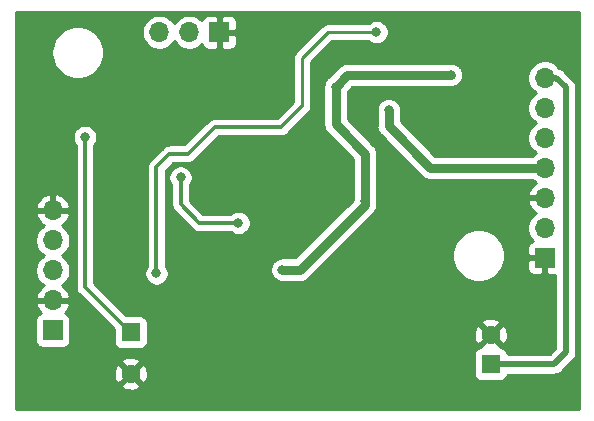
<source format=gbr>
%TF.GenerationSoftware,KiCad,Pcbnew,5.1.10-88a1d61d58~90~ubuntu20.04.1*%
%TF.CreationDate,2021-10-01T00:20:27+02:00*%
%TF.ProjectId,boost_sequencer,626f6f73-745f-4736-9571-75656e636572,rev?*%
%TF.SameCoordinates,Original*%
%TF.FileFunction,Copper,L2,Bot*%
%TF.FilePolarity,Positive*%
%FSLAX46Y46*%
G04 Gerber Fmt 4.6, Leading zero omitted, Abs format (unit mm)*
G04 Created by KiCad (PCBNEW 5.1.10-88a1d61d58~90~ubuntu20.04.1) date 2021-10-01 00:20:27*
%MOMM*%
%LPD*%
G01*
G04 APERTURE LIST*
%TA.AperFunction,ComponentPad*%
%ADD10O,1.700000X1.700000*%
%TD*%
%TA.AperFunction,ComponentPad*%
%ADD11R,1.700000X1.700000*%
%TD*%
%TA.AperFunction,ComponentPad*%
%ADD12C,1.600000*%
%TD*%
%TA.AperFunction,ComponentPad*%
%ADD13R,1.600000X1.600000*%
%TD*%
%TA.AperFunction,ViaPad*%
%ADD14C,0.800000*%
%TD*%
%TA.AperFunction,Conductor*%
%ADD15C,0.300000*%
%TD*%
%TA.AperFunction,Conductor*%
%ADD16C,0.800000*%
%TD*%
%TA.AperFunction,Conductor*%
%ADD17C,0.250000*%
%TD*%
%TA.AperFunction,Conductor*%
%ADD18C,0.500000*%
%TD*%
%TA.AperFunction,Conductor*%
%ADD19C,0.254000*%
%TD*%
%TA.AperFunction,Conductor*%
%ADD20C,0.100000*%
%TD*%
G04 APERTURE END LIST*
D10*
%TO.P,J1,5*%
%TO.N,GND*%
X368808000Y-125984000D03*
%TO.P,J1,4*%
%TO.N,Net-(C8-Pad1)*%
X368808000Y-128524000D03*
%TO.P,J1,3*%
%TO.N,Net-(C5-Pad1)*%
X368808000Y-131064000D03*
%TO.P,J1,2*%
%TO.N,GND*%
X368808000Y-133604000D03*
D11*
%TO.P,J1,1*%
%TO.N,Net-(C2-Pad1)*%
X368808000Y-136144000D03*
%TD*%
D10*
%TO.P,J2,3*%
%TO.N,Net-(J2-Pad3)*%
X377820000Y-110900000D03*
%TO.P,J2,2*%
%TO.N,Net-(C1-Pad1)*%
X380360000Y-110900000D03*
D11*
%TO.P,J2,1*%
%TO.N,GND*%
X382900000Y-110900000D03*
%TD*%
D10*
%TO.P,J3,7*%
%TO.N,Net-(C4-Pad1)*%
X410464000Y-114760000D03*
%TO.P,J3,6*%
%TO.N,Net-(D5-Pad2)*%
X410464000Y-117300000D03*
%TO.P,J3,5*%
%TO.N,Net-(J3-Pad5)*%
X410464000Y-119840000D03*
%TO.P,J3,4*%
%TO.N,Net-(J3-Pad4)*%
X410464000Y-122380000D03*
%TO.P,J3,3*%
%TO.N,GND*%
X410464000Y-124920000D03*
%TO.P,J3,2*%
%TO.N,Net-(J3-Pad2)*%
X410464000Y-127460000D03*
D11*
%TO.P,J3,1*%
%TO.N,GND*%
X410464000Y-130000000D03*
%TD*%
D12*
%TO.P,C4,2*%
%TO.N,GND*%
X405879300Y-136501500D03*
D13*
%TO.P,C4,1*%
%TO.N,Net-(C4-Pad1)*%
X405879300Y-139001500D03*
%TD*%
D12*
%TO.P,C2,2*%
%TO.N,GND*%
X375400000Y-139800000D03*
D13*
%TO.P,C2,1*%
%TO.N,Net-(C2-Pad1)*%
X375400000Y-136300000D03*
%TD*%
D14*
%TO.N,GND*%
X388250000Y-114000000D03*
X387750000Y-117000000D03*
X396500000Y-112750000D03*
X408940000Y-110744000D03*
X395500000Y-127750000D03*
X398250000Y-133000000D03*
X379222000Y-134366000D03*
X375412000Y-126746000D03*
X377750000Y-116500000D03*
X393446000Y-122682000D03*
X373126000Y-127000000D03*
X379476000Y-119634000D03*
X387350000Y-109728000D03*
%TO.N,Net-(C2-Pad1)*%
X371513100Y-119773700D03*
X392750000Y-115500000D03*
X395250000Y-125222000D03*
X402500000Y-114500000D03*
X388250000Y-131000000D03*
%TO.N,Net-(Q3-Pad1)*%
X377583700Y-131318000D03*
X396201900Y-110883700D03*
%TO.N,Net-(R17-Pad2)*%
X384517900Y-127050800D03*
X379628400Y-123190000D03*
%TO.N,Net-(J3-Pad4)*%
X397250000Y-117500000D03*
%TD*%
D15*
%TO.N,Net-(C2-Pad1)*%
X375400000Y-136300000D02*
X375326700Y-136300000D01*
X371513100Y-132486400D02*
X371513100Y-119773700D01*
X375326700Y-136300000D02*
X371513100Y-132486400D01*
D16*
X389750000Y-131000000D02*
X395250000Y-125500000D01*
X388250000Y-131000000D02*
X389750000Y-131000000D01*
X395250000Y-125500000D02*
X395250000Y-121184000D01*
X392750000Y-118684000D02*
X392750000Y-115500000D01*
X395250000Y-121184000D02*
X392750000Y-118684000D01*
X393750000Y-114500000D02*
X392750000Y-115500000D01*
X402500000Y-114500000D02*
X393750000Y-114500000D01*
D17*
%TO.N,Net-(C4-Pad1)*%
X405879300Y-139001500D02*
X405751500Y-139001500D01*
D18*
X405879300Y-139001500D02*
X411248500Y-139001500D01*
X410464000Y-114760000D02*
X411432000Y-114760000D01*
X411432000Y-114760000D02*
X412242000Y-115570000D01*
X412242000Y-138008000D02*
X411396000Y-138854000D01*
X412242000Y-115570000D02*
X412242000Y-138008000D01*
X411248500Y-139001500D02*
X411396000Y-138854000D01*
D17*
%TO.N,Net-(Q3-Pad1)*%
X389917800Y-117167800D02*
X389917800Y-113082200D01*
X392116300Y-110883700D02*
X396201900Y-110883700D01*
X389917800Y-113082200D02*
X392116300Y-110883700D01*
D15*
X388150100Y-118935500D02*
X389917800Y-117167800D01*
X382524000Y-118935500D02*
X388150100Y-118935500D01*
X380269750Y-121189750D02*
X382524000Y-118935500D01*
X377583700Y-122288300D02*
X378682250Y-121189750D01*
X378682250Y-121189750D02*
X380269750Y-121189750D01*
X377583700Y-131318000D02*
X377583700Y-122288300D01*
%TO.N,Net-(R17-Pad2)*%
X384517900Y-127050800D02*
X381203200Y-127050800D01*
X379628400Y-125476000D02*
X379628400Y-123190000D01*
X381203200Y-127050800D02*
X379628400Y-125476000D01*
D16*
%TO.N,Net-(J3-Pad4)*%
X397250000Y-117500000D02*
X397250000Y-118866000D01*
X400764000Y-122380000D02*
X410464000Y-122380000D01*
X397250000Y-118866000D02*
X400764000Y-122380000D01*
%TD*%
D19*
%TO.N,GND*%
X413340000Y-142840000D02*
X365660000Y-142840000D01*
X365660000Y-140792702D01*
X374586903Y-140792702D01*
X374658486Y-141036671D01*
X374913996Y-141157571D01*
X375188184Y-141226300D01*
X375470512Y-141240217D01*
X375750130Y-141198787D01*
X376016292Y-141103603D01*
X376141514Y-141036671D01*
X376213097Y-140792702D01*
X375400000Y-139979605D01*
X374586903Y-140792702D01*
X365660000Y-140792702D01*
X365660000Y-139870512D01*
X373959783Y-139870512D01*
X374001213Y-140150130D01*
X374096397Y-140416292D01*
X374163329Y-140541514D01*
X374407298Y-140613097D01*
X375220395Y-139800000D01*
X375579605Y-139800000D01*
X376392702Y-140613097D01*
X376636671Y-140541514D01*
X376757571Y-140286004D01*
X376826300Y-140011816D01*
X376840217Y-139729488D01*
X376798787Y-139449870D01*
X376703603Y-139183708D01*
X376636671Y-139058486D01*
X376392702Y-138986903D01*
X375579605Y-139800000D01*
X375220395Y-139800000D01*
X374407298Y-138986903D01*
X374163329Y-139058486D01*
X374042429Y-139313996D01*
X373973700Y-139588184D01*
X373959783Y-139870512D01*
X365660000Y-139870512D01*
X365660000Y-138807298D01*
X374586903Y-138807298D01*
X375400000Y-139620395D01*
X376213097Y-138807298D01*
X376141514Y-138563329D01*
X375886004Y-138442429D01*
X375611816Y-138373700D01*
X375329488Y-138359783D01*
X375049870Y-138401213D01*
X374783708Y-138496397D01*
X374658486Y-138563329D01*
X374586903Y-138807298D01*
X365660000Y-138807298D01*
X365660000Y-135294000D01*
X367319928Y-135294000D01*
X367319928Y-136994000D01*
X367332188Y-137118482D01*
X367368498Y-137238180D01*
X367427463Y-137348494D01*
X367506815Y-137445185D01*
X367603506Y-137524537D01*
X367713820Y-137583502D01*
X367833518Y-137619812D01*
X367958000Y-137632072D01*
X369658000Y-137632072D01*
X369782482Y-137619812D01*
X369902180Y-137583502D01*
X370012494Y-137524537D01*
X370109185Y-137445185D01*
X370188537Y-137348494D01*
X370247502Y-137238180D01*
X370283812Y-137118482D01*
X370296072Y-136994000D01*
X370296072Y-135294000D01*
X370283812Y-135169518D01*
X370247502Y-135049820D01*
X370188537Y-134939506D01*
X370109185Y-134842815D01*
X370012494Y-134763463D01*
X369902180Y-134704498D01*
X369821534Y-134680034D01*
X369905588Y-134604269D01*
X370079641Y-134370920D01*
X370204825Y-134108099D01*
X370249476Y-133960890D01*
X370128155Y-133731000D01*
X368935000Y-133731000D01*
X368935000Y-133751000D01*
X368681000Y-133751000D01*
X368681000Y-133731000D01*
X367487845Y-133731000D01*
X367366524Y-133960890D01*
X367411175Y-134108099D01*
X367536359Y-134370920D01*
X367710412Y-134604269D01*
X367794466Y-134680034D01*
X367713820Y-134704498D01*
X367603506Y-134763463D01*
X367506815Y-134842815D01*
X367427463Y-134939506D01*
X367368498Y-135049820D01*
X367332188Y-135169518D01*
X367319928Y-135294000D01*
X365660000Y-135294000D01*
X365660000Y-128377740D01*
X367323000Y-128377740D01*
X367323000Y-128670260D01*
X367380068Y-128957158D01*
X367492010Y-129227411D01*
X367654525Y-129470632D01*
X367861368Y-129677475D01*
X368035760Y-129794000D01*
X367861368Y-129910525D01*
X367654525Y-130117368D01*
X367492010Y-130360589D01*
X367380068Y-130630842D01*
X367323000Y-130917740D01*
X367323000Y-131210260D01*
X367380068Y-131497158D01*
X367492010Y-131767411D01*
X367654525Y-132010632D01*
X367861368Y-132217475D01*
X368043534Y-132339195D01*
X367926645Y-132408822D01*
X367710412Y-132603731D01*
X367536359Y-132837080D01*
X367411175Y-133099901D01*
X367366524Y-133247110D01*
X367487845Y-133477000D01*
X368681000Y-133477000D01*
X368681000Y-133457000D01*
X368935000Y-133457000D01*
X368935000Y-133477000D01*
X370128155Y-133477000D01*
X370249476Y-133247110D01*
X370204825Y-133099901D01*
X370079641Y-132837080D01*
X369905588Y-132603731D01*
X369689355Y-132408822D01*
X369572466Y-132339195D01*
X369754632Y-132217475D01*
X369961475Y-132010632D01*
X370123990Y-131767411D01*
X370235932Y-131497158D01*
X370293000Y-131210260D01*
X370293000Y-130917740D01*
X370235932Y-130630842D01*
X370123990Y-130360589D01*
X369961475Y-130117368D01*
X369754632Y-129910525D01*
X369580240Y-129794000D01*
X369754632Y-129677475D01*
X369961475Y-129470632D01*
X370123990Y-129227411D01*
X370235932Y-128957158D01*
X370293000Y-128670260D01*
X370293000Y-128377740D01*
X370235932Y-128090842D01*
X370123990Y-127820589D01*
X369961475Y-127577368D01*
X369754632Y-127370525D01*
X369572466Y-127248805D01*
X369689355Y-127179178D01*
X369905588Y-126984269D01*
X370079641Y-126750920D01*
X370204825Y-126488099D01*
X370249476Y-126340890D01*
X370128155Y-126111000D01*
X368935000Y-126111000D01*
X368935000Y-126131000D01*
X368681000Y-126131000D01*
X368681000Y-126111000D01*
X367487845Y-126111000D01*
X367366524Y-126340890D01*
X367411175Y-126488099D01*
X367536359Y-126750920D01*
X367710412Y-126984269D01*
X367926645Y-127179178D01*
X368043534Y-127248805D01*
X367861368Y-127370525D01*
X367654525Y-127577368D01*
X367492010Y-127820589D01*
X367380068Y-128090842D01*
X367323000Y-128377740D01*
X365660000Y-128377740D01*
X365660000Y-125627110D01*
X367366524Y-125627110D01*
X367487845Y-125857000D01*
X368681000Y-125857000D01*
X368681000Y-124663186D01*
X368935000Y-124663186D01*
X368935000Y-125857000D01*
X370128155Y-125857000D01*
X370249476Y-125627110D01*
X370204825Y-125479901D01*
X370079641Y-125217080D01*
X369905588Y-124983731D01*
X369689355Y-124788822D01*
X369439252Y-124639843D01*
X369164891Y-124542519D01*
X368935000Y-124663186D01*
X368681000Y-124663186D01*
X368451109Y-124542519D01*
X368176748Y-124639843D01*
X367926645Y-124788822D01*
X367710412Y-124983731D01*
X367536359Y-125217080D01*
X367411175Y-125479901D01*
X367366524Y-125627110D01*
X365660000Y-125627110D01*
X365660000Y-119671761D01*
X370478100Y-119671761D01*
X370478100Y-119875639D01*
X370517874Y-120075598D01*
X370595895Y-120263956D01*
X370709163Y-120433474D01*
X370728101Y-120452412D01*
X370728100Y-132447847D01*
X370724303Y-132486400D01*
X370728100Y-132524953D01*
X370728100Y-132524960D01*
X370739459Y-132640286D01*
X370784346Y-132788259D01*
X370857238Y-132924632D01*
X370955336Y-133044164D01*
X370985290Y-133068747D01*
X373961928Y-136045385D01*
X373961928Y-137100000D01*
X373974188Y-137224482D01*
X374010498Y-137344180D01*
X374069463Y-137454494D01*
X374148815Y-137551185D01*
X374245506Y-137630537D01*
X374355820Y-137689502D01*
X374475518Y-137725812D01*
X374600000Y-137738072D01*
X376200000Y-137738072D01*
X376324482Y-137725812D01*
X376444180Y-137689502D01*
X376554494Y-137630537D01*
X376651185Y-137551185D01*
X376730537Y-137454494D01*
X376789502Y-137344180D01*
X376825812Y-137224482D01*
X376838072Y-137100000D01*
X376838072Y-136572012D01*
X404439083Y-136572012D01*
X404480513Y-136851630D01*
X404575697Y-137117792D01*
X404642629Y-137243014D01*
X404886598Y-137314597D01*
X405699695Y-136501500D01*
X406058905Y-136501500D01*
X406872002Y-137314597D01*
X407115971Y-137243014D01*
X407236871Y-136987504D01*
X407305600Y-136713316D01*
X407319517Y-136430988D01*
X407278087Y-136151370D01*
X407182903Y-135885208D01*
X407115971Y-135759986D01*
X406872002Y-135688403D01*
X406058905Y-136501500D01*
X405699695Y-136501500D01*
X404886598Y-135688403D01*
X404642629Y-135759986D01*
X404521729Y-136015496D01*
X404453000Y-136289684D01*
X404439083Y-136572012D01*
X376838072Y-136572012D01*
X376838072Y-135508798D01*
X405066203Y-135508798D01*
X405879300Y-136321895D01*
X406692397Y-135508798D01*
X406620814Y-135264829D01*
X406365304Y-135143929D01*
X406091116Y-135075200D01*
X405808788Y-135061283D01*
X405529170Y-135102713D01*
X405263008Y-135197897D01*
X405137786Y-135264829D01*
X405066203Y-135508798D01*
X376838072Y-135508798D01*
X376838072Y-135500000D01*
X376825812Y-135375518D01*
X376789502Y-135255820D01*
X376730537Y-135145506D01*
X376651185Y-135048815D01*
X376554494Y-134969463D01*
X376444180Y-134910498D01*
X376324482Y-134874188D01*
X376200000Y-134861928D01*
X374998785Y-134861928D01*
X372298100Y-132161243D01*
X372298100Y-131216061D01*
X376548700Y-131216061D01*
X376548700Y-131419939D01*
X376588474Y-131619898D01*
X376666495Y-131808256D01*
X376779763Y-131977774D01*
X376923926Y-132121937D01*
X377093444Y-132235205D01*
X377281802Y-132313226D01*
X377481761Y-132353000D01*
X377685639Y-132353000D01*
X377885598Y-132313226D01*
X378073956Y-132235205D01*
X378243474Y-132121937D01*
X378387637Y-131977774D01*
X378500905Y-131808256D01*
X378578926Y-131619898D01*
X378618700Y-131419939D01*
X378618700Y-131216061D01*
X378578926Y-131016102D01*
X378572257Y-131000000D01*
X387209993Y-131000000D01*
X387215000Y-131050838D01*
X387215000Y-131101939D01*
X387224969Y-131152057D01*
X387229976Y-131202895D01*
X387244804Y-131251777D01*
X387254774Y-131301898D01*
X387274331Y-131349113D01*
X387289159Y-131397993D01*
X387313238Y-131443042D01*
X387332795Y-131490256D01*
X387361186Y-131532746D01*
X387385266Y-131577797D01*
X387417672Y-131617284D01*
X387446063Y-131659774D01*
X387482197Y-131695908D01*
X387514604Y-131735396D01*
X387554092Y-131767803D01*
X387590226Y-131803937D01*
X387632716Y-131832328D01*
X387672203Y-131864734D01*
X387717254Y-131888814D01*
X387759744Y-131917205D01*
X387806958Y-131936762D01*
X387852007Y-131960841D01*
X387900887Y-131975669D01*
X387948102Y-131995226D01*
X387998223Y-132005196D01*
X388047105Y-132020024D01*
X388097943Y-132025031D01*
X388148061Y-132035000D01*
X389699172Y-132035000D01*
X389750000Y-132040006D01*
X389800828Y-132035000D01*
X389800838Y-132035000D01*
X389952895Y-132020024D01*
X390147993Y-131960841D01*
X390327797Y-131864734D01*
X390485396Y-131735396D01*
X390517807Y-131695903D01*
X392639838Y-129573872D01*
X402641000Y-129573872D01*
X402641000Y-130014128D01*
X402726890Y-130445925D01*
X402895369Y-130852669D01*
X403139962Y-131218729D01*
X403451271Y-131530038D01*
X403817331Y-131774631D01*
X404224075Y-131943110D01*
X404655872Y-132029000D01*
X405096128Y-132029000D01*
X405527925Y-131943110D01*
X405934669Y-131774631D01*
X406300729Y-131530038D01*
X406612038Y-131218729D01*
X406856631Y-130852669D01*
X406857736Y-130850000D01*
X408975928Y-130850000D01*
X408988188Y-130974482D01*
X409024498Y-131094180D01*
X409083463Y-131204494D01*
X409162815Y-131301185D01*
X409259506Y-131380537D01*
X409369820Y-131439502D01*
X409489518Y-131475812D01*
X409614000Y-131488072D01*
X410178250Y-131485000D01*
X410337000Y-131326250D01*
X410337000Y-130127000D01*
X409137750Y-130127000D01*
X408979000Y-130285750D01*
X408975928Y-130850000D01*
X406857736Y-130850000D01*
X407025110Y-130445925D01*
X407111000Y-130014128D01*
X407111000Y-129573872D01*
X407025110Y-129142075D01*
X406856631Y-128735331D01*
X406612038Y-128369271D01*
X406300729Y-128057962D01*
X405934669Y-127813369D01*
X405527925Y-127644890D01*
X405096128Y-127559000D01*
X404655872Y-127559000D01*
X404224075Y-127644890D01*
X403817331Y-127813369D01*
X403451271Y-128057962D01*
X403139962Y-128369271D01*
X402895369Y-128735331D01*
X402726890Y-129142075D01*
X402641000Y-129573872D01*
X392639838Y-129573872D01*
X395945908Y-126267803D01*
X395985396Y-126235396D01*
X396017803Y-126195908D01*
X396114734Y-126077798D01*
X396210841Y-125897994D01*
X396247283Y-125777860D01*
X396270024Y-125702895D01*
X396285000Y-125550838D01*
X396285000Y-125550835D01*
X396290007Y-125500000D01*
X396285000Y-125449165D01*
X396285000Y-121234835D01*
X396290007Y-121184000D01*
X396275417Y-121035864D01*
X396270024Y-120981105D01*
X396210841Y-120786007D01*
X396144525Y-120661938D01*
X396114734Y-120606202D01*
X396017803Y-120488092D01*
X395985396Y-120448604D01*
X395945908Y-120416197D01*
X394395711Y-118866000D01*
X396209994Y-118866000D01*
X396229977Y-119068895D01*
X396289160Y-119263993D01*
X396385266Y-119443797D01*
X396471386Y-119548734D01*
X396514605Y-119601396D01*
X396554092Y-119633802D01*
X399996197Y-123075908D01*
X400028604Y-123115396D01*
X400068092Y-123147803D01*
X400102983Y-123176437D01*
X400186203Y-123244734D01*
X400366007Y-123340841D01*
X400561105Y-123400024D01*
X400713162Y-123415000D01*
X400713171Y-123415000D01*
X400763999Y-123420006D01*
X400814827Y-123415000D01*
X409398893Y-123415000D01*
X409517368Y-123533475D01*
X409699534Y-123655195D01*
X409582645Y-123724822D01*
X409366412Y-123919731D01*
X409192359Y-124153080D01*
X409067175Y-124415901D01*
X409022524Y-124563110D01*
X409143845Y-124793000D01*
X410337000Y-124793000D01*
X410337000Y-124773000D01*
X410591000Y-124773000D01*
X410591000Y-124793000D01*
X410611000Y-124793000D01*
X410611000Y-125047000D01*
X410591000Y-125047000D01*
X410591000Y-125067000D01*
X410337000Y-125067000D01*
X410337000Y-125047000D01*
X409143845Y-125047000D01*
X409022524Y-125276890D01*
X409067175Y-125424099D01*
X409192359Y-125686920D01*
X409366412Y-125920269D01*
X409582645Y-126115178D01*
X409699534Y-126184805D01*
X409517368Y-126306525D01*
X409310525Y-126513368D01*
X409148010Y-126756589D01*
X409036068Y-127026842D01*
X408979000Y-127313740D01*
X408979000Y-127606260D01*
X409036068Y-127893158D01*
X409148010Y-128163411D01*
X409310525Y-128406632D01*
X409442380Y-128538487D01*
X409369820Y-128560498D01*
X409259506Y-128619463D01*
X409162815Y-128698815D01*
X409083463Y-128795506D01*
X409024498Y-128905820D01*
X408988188Y-129025518D01*
X408975928Y-129150000D01*
X408979000Y-129714250D01*
X409137750Y-129873000D01*
X410337000Y-129873000D01*
X410337000Y-129853000D01*
X410591000Y-129853000D01*
X410591000Y-129873000D01*
X410611000Y-129873000D01*
X410611000Y-130127000D01*
X410591000Y-130127000D01*
X410591000Y-131326250D01*
X410749750Y-131485000D01*
X411314000Y-131488072D01*
X411357001Y-131483837D01*
X411357001Y-137641420D01*
X410881922Y-138116500D01*
X407309001Y-138116500D01*
X407305112Y-138077018D01*
X407268802Y-137957320D01*
X407209837Y-137847006D01*
X407130485Y-137750315D01*
X407033794Y-137670963D01*
X406923480Y-137611998D01*
X406803782Y-137575688D01*
X406679300Y-137563428D01*
X406672085Y-137563428D01*
X406692397Y-137494202D01*
X405879300Y-136681105D01*
X405066203Y-137494202D01*
X405086515Y-137563428D01*
X405079300Y-137563428D01*
X404954818Y-137575688D01*
X404835120Y-137611998D01*
X404724806Y-137670963D01*
X404628115Y-137750315D01*
X404548763Y-137847006D01*
X404489798Y-137957320D01*
X404453488Y-138077018D01*
X404441228Y-138201500D01*
X404441228Y-139801500D01*
X404453488Y-139925982D01*
X404489798Y-140045680D01*
X404548763Y-140155994D01*
X404628115Y-140252685D01*
X404724806Y-140332037D01*
X404835120Y-140391002D01*
X404954818Y-140427312D01*
X405079300Y-140439572D01*
X406679300Y-140439572D01*
X406803782Y-140427312D01*
X406923480Y-140391002D01*
X407033794Y-140332037D01*
X407130485Y-140252685D01*
X407209837Y-140155994D01*
X407268802Y-140045680D01*
X407305112Y-139925982D01*
X407309001Y-139886500D01*
X411205031Y-139886500D01*
X411248500Y-139890781D01*
X411291969Y-139886500D01*
X411291977Y-139886500D01*
X411421990Y-139873695D01*
X411588813Y-139823089D01*
X411742559Y-139740911D01*
X411877317Y-139630317D01*
X411905034Y-139596544D01*
X412052532Y-139449046D01*
X412837049Y-138664530D01*
X412870817Y-138636817D01*
X412981411Y-138502059D01*
X413013284Y-138442429D01*
X413063589Y-138348314D01*
X413114195Y-138181490D01*
X413114351Y-138179911D01*
X413127000Y-138051477D01*
X413127000Y-138051469D01*
X413131281Y-138008000D01*
X413127000Y-137964531D01*
X413127000Y-115613469D01*
X413131281Y-115570000D01*
X413127000Y-115526531D01*
X413127000Y-115526523D01*
X413114195Y-115396510D01*
X413111862Y-115388817D01*
X413070982Y-115254059D01*
X413063589Y-115229687D01*
X412981411Y-115075941D01*
X412870817Y-114941183D01*
X412837050Y-114913471D01*
X412088534Y-114164956D01*
X412060817Y-114131183D01*
X411926059Y-114020589D01*
X411772313Y-113938411D01*
X411682903Y-113911288D01*
X411617475Y-113813368D01*
X411410632Y-113606525D01*
X411167411Y-113444010D01*
X410897158Y-113332068D01*
X410610260Y-113275000D01*
X410317740Y-113275000D01*
X410030842Y-113332068D01*
X409760589Y-113444010D01*
X409517368Y-113606525D01*
X409310525Y-113813368D01*
X409148010Y-114056589D01*
X409036068Y-114326842D01*
X408979000Y-114613740D01*
X408979000Y-114906260D01*
X409036068Y-115193158D01*
X409148010Y-115463411D01*
X409310525Y-115706632D01*
X409517368Y-115913475D01*
X409691760Y-116030000D01*
X409517368Y-116146525D01*
X409310525Y-116353368D01*
X409148010Y-116596589D01*
X409036068Y-116866842D01*
X408979000Y-117153740D01*
X408979000Y-117446260D01*
X409036068Y-117733158D01*
X409148010Y-118003411D01*
X409310525Y-118246632D01*
X409517368Y-118453475D01*
X409691760Y-118570000D01*
X409517368Y-118686525D01*
X409310525Y-118893368D01*
X409148010Y-119136589D01*
X409036068Y-119406842D01*
X408979000Y-119693740D01*
X408979000Y-119986260D01*
X409036068Y-120273158D01*
X409148010Y-120543411D01*
X409310525Y-120786632D01*
X409517368Y-120993475D01*
X409691760Y-121110000D01*
X409517368Y-121226525D01*
X409398893Y-121345000D01*
X401192711Y-121345000D01*
X398285000Y-118437290D01*
X398285000Y-117398061D01*
X398275031Y-117347943D01*
X398270024Y-117297105D01*
X398255196Y-117248223D01*
X398245226Y-117198102D01*
X398225669Y-117150887D01*
X398210841Y-117102007D01*
X398186762Y-117056958D01*
X398167205Y-117009744D01*
X398138814Y-116967254D01*
X398114734Y-116922203D01*
X398082328Y-116882716D01*
X398053937Y-116840226D01*
X398017803Y-116804092D01*
X397985396Y-116764604D01*
X397945908Y-116732197D01*
X397909774Y-116696063D01*
X397867284Y-116667672D01*
X397827797Y-116635266D01*
X397782747Y-116611186D01*
X397740256Y-116582795D01*
X397693039Y-116563237D01*
X397647992Y-116539159D01*
X397599116Y-116524332D01*
X397551898Y-116504774D01*
X397501774Y-116494804D01*
X397452894Y-116479976D01*
X397402058Y-116474969D01*
X397351939Y-116465000D01*
X397300838Y-116465000D01*
X397250000Y-116459993D01*
X397199162Y-116465000D01*
X397148061Y-116465000D01*
X397097943Y-116474969D01*
X397047105Y-116479976D01*
X396998223Y-116494804D01*
X396948102Y-116504774D01*
X396900887Y-116524331D01*
X396852007Y-116539159D01*
X396806958Y-116563238D01*
X396759744Y-116582795D01*
X396717254Y-116611186D01*
X396672203Y-116635266D01*
X396632716Y-116667672D01*
X396590226Y-116696063D01*
X396554092Y-116732197D01*
X396514604Y-116764604D01*
X396482197Y-116804092D01*
X396446063Y-116840226D01*
X396417672Y-116882716D01*
X396385266Y-116922203D01*
X396361186Y-116967253D01*
X396332795Y-117009744D01*
X396313237Y-117056961D01*
X396289159Y-117102008D01*
X396274332Y-117150884D01*
X396254774Y-117198102D01*
X396244804Y-117248226D01*
X396229976Y-117297106D01*
X396224969Y-117347942D01*
X396215000Y-117398061D01*
X396215000Y-117449163D01*
X396215001Y-118815163D01*
X396209994Y-118866000D01*
X394395711Y-118866000D01*
X393785000Y-118255290D01*
X393785000Y-115928710D01*
X394178711Y-115535000D01*
X402601939Y-115535000D01*
X402652057Y-115525031D01*
X402702895Y-115520024D01*
X402751777Y-115505196D01*
X402801898Y-115495226D01*
X402849113Y-115475669D01*
X402897993Y-115460841D01*
X402943042Y-115436762D01*
X402990256Y-115417205D01*
X403032746Y-115388814D01*
X403077797Y-115364734D01*
X403117284Y-115332328D01*
X403159774Y-115303937D01*
X403195908Y-115267803D01*
X403235396Y-115235396D01*
X403267803Y-115195908D01*
X403303937Y-115159774D01*
X403332328Y-115117284D01*
X403364734Y-115077797D01*
X403388814Y-115032746D01*
X403417205Y-114990256D01*
X403436762Y-114943042D01*
X403460841Y-114897993D01*
X403475669Y-114849113D01*
X403495226Y-114801898D01*
X403505196Y-114751777D01*
X403520024Y-114702895D01*
X403525031Y-114652057D01*
X403535000Y-114601939D01*
X403535000Y-114550838D01*
X403540007Y-114500000D01*
X403535000Y-114449162D01*
X403535000Y-114398061D01*
X403525031Y-114347943D01*
X403520024Y-114297105D01*
X403505196Y-114248223D01*
X403495226Y-114198102D01*
X403475669Y-114150887D01*
X403460841Y-114102007D01*
X403436762Y-114056958D01*
X403417205Y-114009744D01*
X403388814Y-113967254D01*
X403364734Y-113922203D01*
X403332328Y-113882716D01*
X403303937Y-113840226D01*
X403267803Y-113804092D01*
X403235396Y-113764604D01*
X403195908Y-113732197D01*
X403159774Y-113696063D01*
X403117284Y-113667672D01*
X403077797Y-113635266D01*
X403032746Y-113611186D01*
X402990256Y-113582795D01*
X402943042Y-113563238D01*
X402897993Y-113539159D01*
X402849113Y-113524331D01*
X402801898Y-113504774D01*
X402751777Y-113494804D01*
X402702895Y-113479976D01*
X402652057Y-113474969D01*
X402601939Y-113465000D01*
X393800835Y-113465000D01*
X393750000Y-113459993D01*
X393699165Y-113465000D01*
X393699162Y-113465000D01*
X393547105Y-113479976D01*
X393397415Y-113525385D01*
X393352006Y-113539159D01*
X393172202Y-113635266D01*
X393054092Y-113732197D01*
X393014604Y-113764604D01*
X392982197Y-113804092D01*
X392090229Y-114696061D01*
X392090226Y-114696063D01*
X392054087Y-114732202D01*
X392014605Y-114764604D01*
X391982203Y-114804086D01*
X391946063Y-114840226D01*
X391917671Y-114882717D01*
X391885266Y-114922203D01*
X391861187Y-114967252D01*
X391832795Y-115009744D01*
X391813236Y-115056964D01*
X391789160Y-115102007D01*
X391774335Y-115150878D01*
X391754774Y-115198102D01*
X391744803Y-115248232D01*
X391729977Y-115297105D01*
X391724971Y-115347933D01*
X391715000Y-115398061D01*
X391715000Y-115449172D01*
X391709994Y-115500000D01*
X391715000Y-115550828D01*
X391715000Y-115601939D01*
X391715001Y-115601944D01*
X391715000Y-118633172D01*
X391709994Y-118684000D01*
X391715000Y-118734828D01*
X391715000Y-118734837D01*
X391729976Y-118886894D01*
X391789159Y-119081992D01*
X391885266Y-119261797D01*
X392014604Y-119419396D01*
X392054097Y-119451807D01*
X394215001Y-121612712D01*
X394215000Y-125071289D01*
X389321290Y-129965000D01*
X388148061Y-129965000D01*
X388097943Y-129974969D01*
X388047105Y-129979976D01*
X387998223Y-129994804D01*
X387948102Y-130004774D01*
X387900887Y-130024331D01*
X387852007Y-130039159D01*
X387806958Y-130063238D01*
X387759744Y-130082795D01*
X387717254Y-130111186D01*
X387672203Y-130135266D01*
X387632716Y-130167672D01*
X387590226Y-130196063D01*
X387554092Y-130232197D01*
X387514604Y-130264604D01*
X387482197Y-130304092D01*
X387446063Y-130340226D01*
X387417672Y-130382716D01*
X387385266Y-130422203D01*
X387361186Y-130467254D01*
X387332795Y-130509744D01*
X387313238Y-130556958D01*
X387289159Y-130602007D01*
X387274331Y-130650887D01*
X387254774Y-130698102D01*
X387244804Y-130748223D01*
X387229976Y-130797105D01*
X387224969Y-130847943D01*
X387215000Y-130898061D01*
X387215000Y-130949162D01*
X387209993Y-131000000D01*
X378572257Y-131000000D01*
X378500905Y-130827744D01*
X378387637Y-130658226D01*
X378368700Y-130639289D01*
X378368700Y-123088061D01*
X378593400Y-123088061D01*
X378593400Y-123291939D01*
X378633174Y-123491898D01*
X378711195Y-123680256D01*
X378824463Y-123849774D01*
X378843401Y-123868712D01*
X378843400Y-125437447D01*
X378839603Y-125476000D01*
X378843400Y-125514553D01*
X378843400Y-125514560D01*
X378854759Y-125629886D01*
X378899646Y-125777859D01*
X378972538Y-125914232D01*
X379070636Y-126033764D01*
X379100590Y-126058347D01*
X380620853Y-127578610D01*
X380645436Y-127608564D01*
X380764967Y-127706662D01*
X380901340Y-127779554D01*
X381049313Y-127824442D01*
X381124226Y-127831820D01*
X381164639Y-127835800D01*
X381164644Y-127835800D01*
X381203200Y-127839597D01*
X381241756Y-127835800D01*
X383839189Y-127835800D01*
X383858126Y-127854737D01*
X384027644Y-127968005D01*
X384216002Y-128046026D01*
X384415961Y-128085800D01*
X384619839Y-128085800D01*
X384819798Y-128046026D01*
X385008156Y-127968005D01*
X385177674Y-127854737D01*
X385321837Y-127710574D01*
X385435105Y-127541056D01*
X385513126Y-127352698D01*
X385552900Y-127152739D01*
X385552900Y-126948861D01*
X385513126Y-126748902D01*
X385435105Y-126560544D01*
X385321837Y-126391026D01*
X385177674Y-126246863D01*
X385008156Y-126133595D01*
X384819798Y-126055574D01*
X384619839Y-126015800D01*
X384415961Y-126015800D01*
X384216002Y-126055574D01*
X384027644Y-126133595D01*
X383858126Y-126246863D01*
X383839189Y-126265800D01*
X381528357Y-126265800D01*
X380413400Y-125150843D01*
X380413400Y-123868711D01*
X380432337Y-123849774D01*
X380545605Y-123680256D01*
X380623626Y-123491898D01*
X380663400Y-123291939D01*
X380663400Y-123088061D01*
X380623626Y-122888102D01*
X380545605Y-122699744D01*
X380432337Y-122530226D01*
X380288174Y-122386063D01*
X380118656Y-122272795D01*
X379930298Y-122194774D01*
X379730339Y-122155000D01*
X379526461Y-122155000D01*
X379326502Y-122194774D01*
X379138144Y-122272795D01*
X378968626Y-122386063D01*
X378824463Y-122530226D01*
X378711195Y-122699744D01*
X378633174Y-122888102D01*
X378593400Y-123088061D01*
X378368700Y-123088061D01*
X378368700Y-122613457D01*
X379007408Y-121974750D01*
X380231197Y-121974750D01*
X380269750Y-121978547D01*
X380308303Y-121974750D01*
X380308311Y-121974750D01*
X380423637Y-121963391D01*
X380571610Y-121918504D01*
X380707983Y-121845612D01*
X380827514Y-121747514D01*
X380852097Y-121717560D01*
X382849158Y-119720500D01*
X388111547Y-119720500D01*
X388150100Y-119724297D01*
X388188653Y-119720500D01*
X388188661Y-119720500D01*
X388303987Y-119709141D01*
X388451960Y-119664254D01*
X388588333Y-119591362D01*
X388707864Y-119493264D01*
X388732447Y-119463310D01*
X390500145Y-117695613D01*
X390573661Y-117606033D01*
X390646553Y-117469660D01*
X390691441Y-117321688D01*
X390706597Y-117167801D01*
X390691441Y-117013914D01*
X390677800Y-116968947D01*
X390677800Y-113397001D01*
X392431102Y-111643700D01*
X395498189Y-111643700D01*
X395542126Y-111687637D01*
X395711644Y-111800905D01*
X395900002Y-111878926D01*
X396099961Y-111918700D01*
X396303839Y-111918700D01*
X396503798Y-111878926D01*
X396692156Y-111800905D01*
X396861674Y-111687637D01*
X397005837Y-111543474D01*
X397119105Y-111373956D01*
X397197126Y-111185598D01*
X397236900Y-110985639D01*
X397236900Y-110781761D01*
X397197126Y-110581802D01*
X397119105Y-110393444D01*
X397005837Y-110223926D01*
X396861674Y-110079763D01*
X396692156Y-109966495D01*
X396503798Y-109888474D01*
X396303839Y-109848700D01*
X396099961Y-109848700D01*
X395900002Y-109888474D01*
X395711644Y-109966495D01*
X395542126Y-110079763D01*
X395498189Y-110123700D01*
X392153633Y-110123700D01*
X392116300Y-110120023D01*
X392078967Y-110123700D01*
X391967314Y-110134697D01*
X391824053Y-110178154D01*
X391692024Y-110248726D01*
X391576299Y-110343699D01*
X391552501Y-110372697D01*
X389406798Y-112518401D01*
X389377800Y-112542199D01*
X389354002Y-112571197D01*
X389354001Y-112571198D01*
X389282826Y-112657924D01*
X389212254Y-112789954D01*
X389168798Y-112933215D01*
X389154124Y-113082200D01*
X389157801Y-113119532D01*
X389157800Y-116817642D01*
X387824943Y-118150500D01*
X382562555Y-118150500D01*
X382524000Y-118146703D01*
X382485444Y-118150500D01*
X382485439Y-118150500D01*
X382445026Y-118154480D01*
X382370113Y-118161858D01*
X382222140Y-118206746D01*
X382085767Y-118279638D01*
X382025559Y-118329050D01*
X381996187Y-118353155D01*
X381996184Y-118353158D01*
X381966236Y-118377736D01*
X381941658Y-118407684D01*
X379944593Y-120404750D01*
X378720802Y-120404750D01*
X378682249Y-120400953D01*
X378643696Y-120404750D01*
X378643689Y-120404750D01*
X378542740Y-120414693D01*
X378528362Y-120416109D01*
X378493922Y-120426556D01*
X378380390Y-120460996D01*
X378244017Y-120533888D01*
X378183809Y-120583300D01*
X378154437Y-120607405D01*
X378154434Y-120607408D01*
X378124486Y-120631986D01*
X378099908Y-120661935D01*
X377055885Y-121705958D01*
X377025937Y-121730536D01*
X377001359Y-121760484D01*
X377001355Y-121760488D01*
X376968390Y-121800656D01*
X376927839Y-121850067D01*
X376891259Y-121918504D01*
X376854946Y-121986441D01*
X376810059Y-122134414D01*
X376794903Y-122288300D01*
X376798701Y-122326863D01*
X376798700Y-130639289D01*
X376779763Y-130658226D01*
X376666495Y-130827744D01*
X376588474Y-131016102D01*
X376548700Y-131216061D01*
X372298100Y-131216061D01*
X372298100Y-120452411D01*
X372317037Y-120433474D01*
X372430305Y-120263956D01*
X372508326Y-120075598D01*
X372548100Y-119875639D01*
X372548100Y-119671761D01*
X372508326Y-119471802D01*
X372430305Y-119283444D01*
X372317037Y-119113926D01*
X372172874Y-118969763D01*
X372003356Y-118856495D01*
X371814998Y-118778474D01*
X371615039Y-118738700D01*
X371411161Y-118738700D01*
X371211202Y-118778474D01*
X371022844Y-118856495D01*
X370853326Y-118969763D01*
X370709163Y-119113926D01*
X370595895Y-119283444D01*
X370517874Y-119471802D01*
X370478100Y-119671761D01*
X365660000Y-119671761D01*
X365660000Y-112390772D01*
X368693900Y-112390772D01*
X368693900Y-112831028D01*
X368779790Y-113262825D01*
X368948269Y-113669569D01*
X369192862Y-114035629D01*
X369504171Y-114346938D01*
X369870231Y-114591531D01*
X370276975Y-114760010D01*
X370708772Y-114845900D01*
X371149028Y-114845900D01*
X371580825Y-114760010D01*
X371987569Y-114591531D01*
X372353629Y-114346938D01*
X372664938Y-114035629D01*
X372909531Y-113669569D01*
X373078010Y-113262825D01*
X373163900Y-112831028D01*
X373163900Y-112390772D01*
X373078010Y-111958975D01*
X372909531Y-111552231D01*
X372664938Y-111186171D01*
X372353629Y-110874862D01*
X372172357Y-110753740D01*
X376335000Y-110753740D01*
X376335000Y-111046260D01*
X376392068Y-111333158D01*
X376504010Y-111603411D01*
X376666525Y-111846632D01*
X376873368Y-112053475D01*
X377116589Y-112215990D01*
X377386842Y-112327932D01*
X377673740Y-112385000D01*
X377966260Y-112385000D01*
X378253158Y-112327932D01*
X378523411Y-112215990D01*
X378766632Y-112053475D01*
X378973475Y-111846632D01*
X379090000Y-111672240D01*
X379206525Y-111846632D01*
X379413368Y-112053475D01*
X379656589Y-112215990D01*
X379926842Y-112327932D01*
X380213740Y-112385000D01*
X380506260Y-112385000D01*
X380793158Y-112327932D01*
X381063411Y-112215990D01*
X381306632Y-112053475D01*
X381438487Y-111921620D01*
X381460498Y-111994180D01*
X381519463Y-112104494D01*
X381598815Y-112201185D01*
X381695506Y-112280537D01*
X381805820Y-112339502D01*
X381925518Y-112375812D01*
X382050000Y-112388072D01*
X382614250Y-112385000D01*
X382773000Y-112226250D01*
X382773000Y-111027000D01*
X383027000Y-111027000D01*
X383027000Y-112226250D01*
X383185750Y-112385000D01*
X383750000Y-112388072D01*
X383874482Y-112375812D01*
X383994180Y-112339502D01*
X384104494Y-112280537D01*
X384201185Y-112201185D01*
X384280537Y-112104494D01*
X384339502Y-111994180D01*
X384375812Y-111874482D01*
X384388072Y-111750000D01*
X384385000Y-111185750D01*
X384226250Y-111027000D01*
X383027000Y-111027000D01*
X382773000Y-111027000D01*
X382753000Y-111027000D01*
X382753000Y-110773000D01*
X382773000Y-110773000D01*
X382773000Y-109573750D01*
X383027000Y-109573750D01*
X383027000Y-110773000D01*
X384226250Y-110773000D01*
X384385000Y-110614250D01*
X384388072Y-110050000D01*
X384375812Y-109925518D01*
X384339502Y-109805820D01*
X384280537Y-109695506D01*
X384201185Y-109598815D01*
X384104494Y-109519463D01*
X383994180Y-109460498D01*
X383874482Y-109424188D01*
X383750000Y-109411928D01*
X383185750Y-109415000D01*
X383027000Y-109573750D01*
X382773000Y-109573750D01*
X382614250Y-109415000D01*
X382050000Y-109411928D01*
X381925518Y-109424188D01*
X381805820Y-109460498D01*
X381695506Y-109519463D01*
X381598815Y-109598815D01*
X381519463Y-109695506D01*
X381460498Y-109805820D01*
X381438487Y-109878380D01*
X381306632Y-109746525D01*
X381063411Y-109584010D01*
X380793158Y-109472068D01*
X380506260Y-109415000D01*
X380213740Y-109415000D01*
X379926842Y-109472068D01*
X379656589Y-109584010D01*
X379413368Y-109746525D01*
X379206525Y-109953368D01*
X379090000Y-110127760D01*
X378973475Y-109953368D01*
X378766632Y-109746525D01*
X378523411Y-109584010D01*
X378253158Y-109472068D01*
X377966260Y-109415000D01*
X377673740Y-109415000D01*
X377386842Y-109472068D01*
X377116589Y-109584010D01*
X376873368Y-109746525D01*
X376666525Y-109953368D01*
X376504010Y-110196589D01*
X376392068Y-110466842D01*
X376335000Y-110753740D01*
X372172357Y-110753740D01*
X371987569Y-110630269D01*
X371580825Y-110461790D01*
X371149028Y-110375900D01*
X370708772Y-110375900D01*
X370276975Y-110461790D01*
X369870231Y-110630269D01*
X369504171Y-110874862D01*
X369192862Y-111186171D01*
X368948269Y-111552231D01*
X368779790Y-111958975D01*
X368693900Y-112390772D01*
X365660000Y-112390772D01*
X365660000Y-109160000D01*
X413340001Y-109160000D01*
X413340000Y-142840000D01*
%TA.AperFunction,Conductor*%
D20*
G36*
X413340000Y-142840000D02*
G01*
X365660000Y-142840000D01*
X365660000Y-140792702D01*
X374586903Y-140792702D01*
X374658486Y-141036671D01*
X374913996Y-141157571D01*
X375188184Y-141226300D01*
X375470512Y-141240217D01*
X375750130Y-141198787D01*
X376016292Y-141103603D01*
X376141514Y-141036671D01*
X376213097Y-140792702D01*
X375400000Y-139979605D01*
X374586903Y-140792702D01*
X365660000Y-140792702D01*
X365660000Y-139870512D01*
X373959783Y-139870512D01*
X374001213Y-140150130D01*
X374096397Y-140416292D01*
X374163329Y-140541514D01*
X374407298Y-140613097D01*
X375220395Y-139800000D01*
X375579605Y-139800000D01*
X376392702Y-140613097D01*
X376636671Y-140541514D01*
X376757571Y-140286004D01*
X376826300Y-140011816D01*
X376840217Y-139729488D01*
X376798787Y-139449870D01*
X376703603Y-139183708D01*
X376636671Y-139058486D01*
X376392702Y-138986903D01*
X375579605Y-139800000D01*
X375220395Y-139800000D01*
X374407298Y-138986903D01*
X374163329Y-139058486D01*
X374042429Y-139313996D01*
X373973700Y-139588184D01*
X373959783Y-139870512D01*
X365660000Y-139870512D01*
X365660000Y-138807298D01*
X374586903Y-138807298D01*
X375400000Y-139620395D01*
X376213097Y-138807298D01*
X376141514Y-138563329D01*
X375886004Y-138442429D01*
X375611816Y-138373700D01*
X375329488Y-138359783D01*
X375049870Y-138401213D01*
X374783708Y-138496397D01*
X374658486Y-138563329D01*
X374586903Y-138807298D01*
X365660000Y-138807298D01*
X365660000Y-135294000D01*
X367319928Y-135294000D01*
X367319928Y-136994000D01*
X367332188Y-137118482D01*
X367368498Y-137238180D01*
X367427463Y-137348494D01*
X367506815Y-137445185D01*
X367603506Y-137524537D01*
X367713820Y-137583502D01*
X367833518Y-137619812D01*
X367958000Y-137632072D01*
X369658000Y-137632072D01*
X369782482Y-137619812D01*
X369902180Y-137583502D01*
X370012494Y-137524537D01*
X370109185Y-137445185D01*
X370188537Y-137348494D01*
X370247502Y-137238180D01*
X370283812Y-137118482D01*
X370296072Y-136994000D01*
X370296072Y-135294000D01*
X370283812Y-135169518D01*
X370247502Y-135049820D01*
X370188537Y-134939506D01*
X370109185Y-134842815D01*
X370012494Y-134763463D01*
X369902180Y-134704498D01*
X369821534Y-134680034D01*
X369905588Y-134604269D01*
X370079641Y-134370920D01*
X370204825Y-134108099D01*
X370249476Y-133960890D01*
X370128155Y-133731000D01*
X368935000Y-133731000D01*
X368935000Y-133751000D01*
X368681000Y-133751000D01*
X368681000Y-133731000D01*
X367487845Y-133731000D01*
X367366524Y-133960890D01*
X367411175Y-134108099D01*
X367536359Y-134370920D01*
X367710412Y-134604269D01*
X367794466Y-134680034D01*
X367713820Y-134704498D01*
X367603506Y-134763463D01*
X367506815Y-134842815D01*
X367427463Y-134939506D01*
X367368498Y-135049820D01*
X367332188Y-135169518D01*
X367319928Y-135294000D01*
X365660000Y-135294000D01*
X365660000Y-128377740D01*
X367323000Y-128377740D01*
X367323000Y-128670260D01*
X367380068Y-128957158D01*
X367492010Y-129227411D01*
X367654525Y-129470632D01*
X367861368Y-129677475D01*
X368035760Y-129794000D01*
X367861368Y-129910525D01*
X367654525Y-130117368D01*
X367492010Y-130360589D01*
X367380068Y-130630842D01*
X367323000Y-130917740D01*
X367323000Y-131210260D01*
X367380068Y-131497158D01*
X367492010Y-131767411D01*
X367654525Y-132010632D01*
X367861368Y-132217475D01*
X368043534Y-132339195D01*
X367926645Y-132408822D01*
X367710412Y-132603731D01*
X367536359Y-132837080D01*
X367411175Y-133099901D01*
X367366524Y-133247110D01*
X367487845Y-133477000D01*
X368681000Y-133477000D01*
X368681000Y-133457000D01*
X368935000Y-133457000D01*
X368935000Y-133477000D01*
X370128155Y-133477000D01*
X370249476Y-133247110D01*
X370204825Y-133099901D01*
X370079641Y-132837080D01*
X369905588Y-132603731D01*
X369689355Y-132408822D01*
X369572466Y-132339195D01*
X369754632Y-132217475D01*
X369961475Y-132010632D01*
X370123990Y-131767411D01*
X370235932Y-131497158D01*
X370293000Y-131210260D01*
X370293000Y-130917740D01*
X370235932Y-130630842D01*
X370123990Y-130360589D01*
X369961475Y-130117368D01*
X369754632Y-129910525D01*
X369580240Y-129794000D01*
X369754632Y-129677475D01*
X369961475Y-129470632D01*
X370123990Y-129227411D01*
X370235932Y-128957158D01*
X370293000Y-128670260D01*
X370293000Y-128377740D01*
X370235932Y-128090842D01*
X370123990Y-127820589D01*
X369961475Y-127577368D01*
X369754632Y-127370525D01*
X369572466Y-127248805D01*
X369689355Y-127179178D01*
X369905588Y-126984269D01*
X370079641Y-126750920D01*
X370204825Y-126488099D01*
X370249476Y-126340890D01*
X370128155Y-126111000D01*
X368935000Y-126111000D01*
X368935000Y-126131000D01*
X368681000Y-126131000D01*
X368681000Y-126111000D01*
X367487845Y-126111000D01*
X367366524Y-126340890D01*
X367411175Y-126488099D01*
X367536359Y-126750920D01*
X367710412Y-126984269D01*
X367926645Y-127179178D01*
X368043534Y-127248805D01*
X367861368Y-127370525D01*
X367654525Y-127577368D01*
X367492010Y-127820589D01*
X367380068Y-128090842D01*
X367323000Y-128377740D01*
X365660000Y-128377740D01*
X365660000Y-125627110D01*
X367366524Y-125627110D01*
X367487845Y-125857000D01*
X368681000Y-125857000D01*
X368681000Y-124663186D01*
X368935000Y-124663186D01*
X368935000Y-125857000D01*
X370128155Y-125857000D01*
X370249476Y-125627110D01*
X370204825Y-125479901D01*
X370079641Y-125217080D01*
X369905588Y-124983731D01*
X369689355Y-124788822D01*
X369439252Y-124639843D01*
X369164891Y-124542519D01*
X368935000Y-124663186D01*
X368681000Y-124663186D01*
X368451109Y-124542519D01*
X368176748Y-124639843D01*
X367926645Y-124788822D01*
X367710412Y-124983731D01*
X367536359Y-125217080D01*
X367411175Y-125479901D01*
X367366524Y-125627110D01*
X365660000Y-125627110D01*
X365660000Y-119671761D01*
X370478100Y-119671761D01*
X370478100Y-119875639D01*
X370517874Y-120075598D01*
X370595895Y-120263956D01*
X370709163Y-120433474D01*
X370728101Y-120452412D01*
X370728100Y-132447847D01*
X370724303Y-132486400D01*
X370728100Y-132524953D01*
X370728100Y-132524960D01*
X370739459Y-132640286D01*
X370784346Y-132788259D01*
X370857238Y-132924632D01*
X370955336Y-133044164D01*
X370985290Y-133068747D01*
X373961928Y-136045385D01*
X373961928Y-137100000D01*
X373974188Y-137224482D01*
X374010498Y-137344180D01*
X374069463Y-137454494D01*
X374148815Y-137551185D01*
X374245506Y-137630537D01*
X374355820Y-137689502D01*
X374475518Y-137725812D01*
X374600000Y-137738072D01*
X376200000Y-137738072D01*
X376324482Y-137725812D01*
X376444180Y-137689502D01*
X376554494Y-137630537D01*
X376651185Y-137551185D01*
X376730537Y-137454494D01*
X376789502Y-137344180D01*
X376825812Y-137224482D01*
X376838072Y-137100000D01*
X376838072Y-136572012D01*
X404439083Y-136572012D01*
X404480513Y-136851630D01*
X404575697Y-137117792D01*
X404642629Y-137243014D01*
X404886598Y-137314597D01*
X405699695Y-136501500D01*
X406058905Y-136501500D01*
X406872002Y-137314597D01*
X407115971Y-137243014D01*
X407236871Y-136987504D01*
X407305600Y-136713316D01*
X407319517Y-136430988D01*
X407278087Y-136151370D01*
X407182903Y-135885208D01*
X407115971Y-135759986D01*
X406872002Y-135688403D01*
X406058905Y-136501500D01*
X405699695Y-136501500D01*
X404886598Y-135688403D01*
X404642629Y-135759986D01*
X404521729Y-136015496D01*
X404453000Y-136289684D01*
X404439083Y-136572012D01*
X376838072Y-136572012D01*
X376838072Y-135508798D01*
X405066203Y-135508798D01*
X405879300Y-136321895D01*
X406692397Y-135508798D01*
X406620814Y-135264829D01*
X406365304Y-135143929D01*
X406091116Y-135075200D01*
X405808788Y-135061283D01*
X405529170Y-135102713D01*
X405263008Y-135197897D01*
X405137786Y-135264829D01*
X405066203Y-135508798D01*
X376838072Y-135508798D01*
X376838072Y-135500000D01*
X376825812Y-135375518D01*
X376789502Y-135255820D01*
X376730537Y-135145506D01*
X376651185Y-135048815D01*
X376554494Y-134969463D01*
X376444180Y-134910498D01*
X376324482Y-134874188D01*
X376200000Y-134861928D01*
X374998785Y-134861928D01*
X372298100Y-132161243D01*
X372298100Y-131216061D01*
X376548700Y-131216061D01*
X376548700Y-131419939D01*
X376588474Y-131619898D01*
X376666495Y-131808256D01*
X376779763Y-131977774D01*
X376923926Y-132121937D01*
X377093444Y-132235205D01*
X377281802Y-132313226D01*
X377481761Y-132353000D01*
X377685639Y-132353000D01*
X377885598Y-132313226D01*
X378073956Y-132235205D01*
X378243474Y-132121937D01*
X378387637Y-131977774D01*
X378500905Y-131808256D01*
X378578926Y-131619898D01*
X378618700Y-131419939D01*
X378618700Y-131216061D01*
X378578926Y-131016102D01*
X378572257Y-131000000D01*
X387209993Y-131000000D01*
X387215000Y-131050838D01*
X387215000Y-131101939D01*
X387224969Y-131152057D01*
X387229976Y-131202895D01*
X387244804Y-131251777D01*
X387254774Y-131301898D01*
X387274331Y-131349113D01*
X387289159Y-131397993D01*
X387313238Y-131443042D01*
X387332795Y-131490256D01*
X387361186Y-131532746D01*
X387385266Y-131577797D01*
X387417672Y-131617284D01*
X387446063Y-131659774D01*
X387482197Y-131695908D01*
X387514604Y-131735396D01*
X387554092Y-131767803D01*
X387590226Y-131803937D01*
X387632716Y-131832328D01*
X387672203Y-131864734D01*
X387717254Y-131888814D01*
X387759744Y-131917205D01*
X387806958Y-131936762D01*
X387852007Y-131960841D01*
X387900887Y-131975669D01*
X387948102Y-131995226D01*
X387998223Y-132005196D01*
X388047105Y-132020024D01*
X388097943Y-132025031D01*
X388148061Y-132035000D01*
X389699172Y-132035000D01*
X389750000Y-132040006D01*
X389800828Y-132035000D01*
X389800838Y-132035000D01*
X389952895Y-132020024D01*
X390147993Y-131960841D01*
X390327797Y-131864734D01*
X390485396Y-131735396D01*
X390517807Y-131695903D01*
X392639838Y-129573872D01*
X402641000Y-129573872D01*
X402641000Y-130014128D01*
X402726890Y-130445925D01*
X402895369Y-130852669D01*
X403139962Y-131218729D01*
X403451271Y-131530038D01*
X403817331Y-131774631D01*
X404224075Y-131943110D01*
X404655872Y-132029000D01*
X405096128Y-132029000D01*
X405527925Y-131943110D01*
X405934669Y-131774631D01*
X406300729Y-131530038D01*
X406612038Y-131218729D01*
X406856631Y-130852669D01*
X406857736Y-130850000D01*
X408975928Y-130850000D01*
X408988188Y-130974482D01*
X409024498Y-131094180D01*
X409083463Y-131204494D01*
X409162815Y-131301185D01*
X409259506Y-131380537D01*
X409369820Y-131439502D01*
X409489518Y-131475812D01*
X409614000Y-131488072D01*
X410178250Y-131485000D01*
X410337000Y-131326250D01*
X410337000Y-130127000D01*
X409137750Y-130127000D01*
X408979000Y-130285750D01*
X408975928Y-130850000D01*
X406857736Y-130850000D01*
X407025110Y-130445925D01*
X407111000Y-130014128D01*
X407111000Y-129573872D01*
X407025110Y-129142075D01*
X406856631Y-128735331D01*
X406612038Y-128369271D01*
X406300729Y-128057962D01*
X405934669Y-127813369D01*
X405527925Y-127644890D01*
X405096128Y-127559000D01*
X404655872Y-127559000D01*
X404224075Y-127644890D01*
X403817331Y-127813369D01*
X403451271Y-128057962D01*
X403139962Y-128369271D01*
X402895369Y-128735331D01*
X402726890Y-129142075D01*
X402641000Y-129573872D01*
X392639838Y-129573872D01*
X395945908Y-126267803D01*
X395985396Y-126235396D01*
X396017803Y-126195908D01*
X396114734Y-126077798D01*
X396210841Y-125897994D01*
X396247283Y-125777860D01*
X396270024Y-125702895D01*
X396285000Y-125550838D01*
X396285000Y-125550835D01*
X396290007Y-125500000D01*
X396285000Y-125449165D01*
X396285000Y-121234835D01*
X396290007Y-121184000D01*
X396275417Y-121035864D01*
X396270024Y-120981105D01*
X396210841Y-120786007D01*
X396144525Y-120661938D01*
X396114734Y-120606202D01*
X396017803Y-120488092D01*
X395985396Y-120448604D01*
X395945908Y-120416197D01*
X394395711Y-118866000D01*
X396209994Y-118866000D01*
X396229977Y-119068895D01*
X396289160Y-119263993D01*
X396385266Y-119443797D01*
X396471386Y-119548734D01*
X396514605Y-119601396D01*
X396554092Y-119633802D01*
X399996197Y-123075908D01*
X400028604Y-123115396D01*
X400068092Y-123147803D01*
X400102983Y-123176437D01*
X400186203Y-123244734D01*
X400366007Y-123340841D01*
X400561105Y-123400024D01*
X400713162Y-123415000D01*
X400713171Y-123415000D01*
X400763999Y-123420006D01*
X400814827Y-123415000D01*
X409398893Y-123415000D01*
X409517368Y-123533475D01*
X409699534Y-123655195D01*
X409582645Y-123724822D01*
X409366412Y-123919731D01*
X409192359Y-124153080D01*
X409067175Y-124415901D01*
X409022524Y-124563110D01*
X409143845Y-124793000D01*
X410337000Y-124793000D01*
X410337000Y-124773000D01*
X410591000Y-124773000D01*
X410591000Y-124793000D01*
X410611000Y-124793000D01*
X410611000Y-125047000D01*
X410591000Y-125047000D01*
X410591000Y-125067000D01*
X410337000Y-125067000D01*
X410337000Y-125047000D01*
X409143845Y-125047000D01*
X409022524Y-125276890D01*
X409067175Y-125424099D01*
X409192359Y-125686920D01*
X409366412Y-125920269D01*
X409582645Y-126115178D01*
X409699534Y-126184805D01*
X409517368Y-126306525D01*
X409310525Y-126513368D01*
X409148010Y-126756589D01*
X409036068Y-127026842D01*
X408979000Y-127313740D01*
X408979000Y-127606260D01*
X409036068Y-127893158D01*
X409148010Y-128163411D01*
X409310525Y-128406632D01*
X409442380Y-128538487D01*
X409369820Y-128560498D01*
X409259506Y-128619463D01*
X409162815Y-128698815D01*
X409083463Y-128795506D01*
X409024498Y-128905820D01*
X408988188Y-129025518D01*
X408975928Y-129150000D01*
X408979000Y-129714250D01*
X409137750Y-129873000D01*
X410337000Y-129873000D01*
X410337000Y-129853000D01*
X410591000Y-129853000D01*
X410591000Y-129873000D01*
X410611000Y-129873000D01*
X410611000Y-130127000D01*
X410591000Y-130127000D01*
X410591000Y-131326250D01*
X410749750Y-131485000D01*
X411314000Y-131488072D01*
X411357001Y-131483837D01*
X411357001Y-137641420D01*
X410881922Y-138116500D01*
X407309001Y-138116500D01*
X407305112Y-138077018D01*
X407268802Y-137957320D01*
X407209837Y-137847006D01*
X407130485Y-137750315D01*
X407033794Y-137670963D01*
X406923480Y-137611998D01*
X406803782Y-137575688D01*
X406679300Y-137563428D01*
X406672085Y-137563428D01*
X406692397Y-137494202D01*
X405879300Y-136681105D01*
X405066203Y-137494202D01*
X405086515Y-137563428D01*
X405079300Y-137563428D01*
X404954818Y-137575688D01*
X404835120Y-137611998D01*
X404724806Y-137670963D01*
X404628115Y-137750315D01*
X404548763Y-137847006D01*
X404489798Y-137957320D01*
X404453488Y-138077018D01*
X404441228Y-138201500D01*
X404441228Y-139801500D01*
X404453488Y-139925982D01*
X404489798Y-140045680D01*
X404548763Y-140155994D01*
X404628115Y-140252685D01*
X404724806Y-140332037D01*
X404835120Y-140391002D01*
X404954818Y-140427312D01*
X405079300Y-140439572D01*
X406679300Y-140439572D01*
X406803782Y-140427312D01*
X406923480Y-140391002D01*
X407033794Y-140332037D01*
X407130485Y-140252685D01*
X407209837Y-140155994D01*
X407268802Y-140045680D01*
X407305112Y-139925982D01*
X407309001Y-139886500D01*
X411205031Y-139886500D01*
X411248500Y-139890781D01*
X411291969Y-139886500D01*
X411291977Y-139886500D01*
X411421990Y-139873695D01*
X411588813Y-139823089D01*
X411742559Y-139740911D01*
X411877317Y-139630317D01*
X411905034Y-139596544D01*
X412052532Y-139449046D01*
X412837049Y-138664530D01*
X412870817Y-138636817D01*
X412981411Y-138502059D01*
X413013284Y-138442429D01*
X413063589Y-138348314D01*
X413114195Y-138181490D01*
X413114351Y-138179911D01*
X413127000Y-138051477D01*
X413127000Y-138051469D01*
X413131281Y-138008000D01*
X413127000Y-137964531D01*
X413127000Y-115613469D01*
X413131281Y-115570000D01*
X413127000Y-115526531D01*
X413127000Y-115526523D01*
X413114195Y-115396510D01*
X413111862Y-115388817D01*
X413070982Y-115254059D01*
X413063589Y-115229687D01*
X412981411Y-115075941D01*
X412870817Y-114941183D01*
X412837050Y-114913471D01*
X412088534Y-114164956D01*
X412060817Y-114131183D01*
X411926059Y-114020589D01*
X411772313Y-113938411D01*
X411682903Y-113911288D01*
X411617475Y-113813368D01*
X411410632Y-113606525D01*
X411167411Y-113444010D01*
X410897158Y-113332068D01*
X410610260Y-113275000D01*
X410317740Y-113275000D01*
X410030842Y-113332068D01*
X409760589Y-113444010D01*
X409517368Y-113606525D01*
X409310525Y-113813368D01*
X409148010Y-114056589D01*
X409036068Y-114326842D01*
X408979000Y-114613740D01*
X408979000Y-114906260D01*
X409036068Y-115193158D01*
X409148010Y-115463411D01*
X409310525Y-115706632D01*
X409517368Y-115913475D01*
X409691760Y-116030000D01*
X409517368Y-116146525D01*
X409310525Y-116353368D01*
X409148010Y-116596589D01*
X409036068Y-116866842D01*
X408979000Y-117153740D01*
X408979000Y-117446260D01*
X409036068Y-117733158D01*
X409148010Y-118003411D01*
X409310525Y-118246632D01*
X409517368Y-118453475D01*
X409691760Y-118570000D01*
X409517368Y-118686525D01*
X409310525Y-118893368D01*
X409148010Y-119136589D01*
X409036068Y-119406842D01*
X408979000Y-119693740D01*
X408979000Y-119986260D01*
X409036068Y-120273158D01*
X409148010Y-120543411D01*
X409310525Y-120786632D01*
X409517368Y-120993475D01*
X409691760Y-121110000D01*
X409517368Y-121226525D01*
X409398893Y-121345000D01*
X401192711Y-121345000D01*
X398285000Y-118437290D01*
X398285000Y-117398061D01*
X398275031Y-117347943D01*
X398270024Y-117297105D01*
X398255196Y-117248223D01*
X398245226Y-117198102D01*
X398225669Y-117150887D01*
X398210841Y-117102007D01*
X398186762Y-117056958D01*
X398167205Y-117009744D01*
X398138814Y-116967254D01*
X398114734Y-116922203D01*
X398082328Y-116882716D01*
X398053937Y-116840226D01*
X398017803Y-116804092D01*
X397985396Y-116764604D01*
X397945908Y-116732197D01*
X397909774Y-116696063D01*
X397867284Y-116667672D01*
X397827797Y-116635266D01*
X397782747Y-116611186D01*
X397740256Y-116582795D01*
X397693039Y-116563237D01*
X397647992Y-116539159D01*
X397599116Y-116524332D01*
X397551898Y-116504774D01*
X397501774Y-116494804D01*
X397452894Y-116479976D01*
X397402058Y-116474969D01*
X397351939Y-116465000D01*
X397300838Y-116465000D01*
X397250000Y-116459993D01*
X397199162Y-116465000D01*
X397148061Y-116465000D01*
X397097943Y-116474969D01*
X397047105Y-116479976D01*
X396998223Y-116494804D01*
X396948102Y-116504774D01*
X396900887Y-116524331D01*
X396852007Y-116539159D01*
X396806958Y-116563238D01*
X396759744Y-116582795D01*
X396717254Y-116611186D01*
X396672203Y-116635266D01*
X396632716Y-116667672D01*
X396590226Y-116696063D01*
X396554092Y-116732197D01*
X396514604Y-116764604D01*
X396482197Y-116804092D01*
X396446063Y-116840226D01*
X396417672Y-116882716D01*
X396385266Y-116922203D01*
X396361186Y-116967253D01*
X396332795Y-117009744D01*
X396313237Y-117056961D01*
X396289159Y-117102008D01*
X396274332Y-117150884D01*
X396254774Y-117198102D01*
X396244804Y-117248226D01*
X396229976Y-117297106D01*
X396224969Y-117347942D01*
X396215000Y-117398061D01*
X396215000Y-117449163D01*
X396215001Y-118815163D01*
X396209994Y-118866000D01*
X394395711Y-118866000D01*
X393785000Y-118255290D01*
X393785000Y-115928710D01*
X394178711Y-115535000D01*
X402601939Y-115535000D01*
X402652057Y-115525031D01*
X402702895Y-115520024D01*
X402751777Y-115505196D01*
X402801898Y-115495226D01*
X402849113Y-115475669D01*
X402897993Y-115460841D01*
X402943042Y-115436762D01*
X402990256Y-115417205D01*
X403032746Y-115388814D01*
X403077797Y-115364734D01*
X403117284Y-115332328D01*
X403159774Y-115303937D01*
X403195908Y-115267803D01*
X403235396Y-115235396D01*
X403267803Y-115195908D01*
X403303937Y-115159774D01*
X403332328Y-115117284D01*
X403364734Y-115077797D01*
X403388814Y-115032746D01*
X403417205Y-114990256D01*
X403436762Y-114943042D01*
X403460841Y-114897993D01*
X403475669Y-114849113D01*
X403495226Y-114801898D01*
X403505196Y-114751777D01*
X403520024Y-114702895D01*
X403525031Y-114652057D01*
X403535000Y-114601939D01*
X403535000Y-114550838D01*
X403540007Y-114500000D01*
X403535000Y-114449162D01*
X403535000Y-114398061D01*
X403525031Y-114347943D01*
X403520024Y-114297105D01*
X403505196Y-114248223D01*
X403495226Y-114198102D01*
X403475669Y-114150887D01*
X403460841Y-114102007D01*
X403436762Y-114056958D01*
X403417205Y-114009744D01*
X403388814Y-113967254D01*
X403364734Y-113922203D01*
X403332328Y-113882716D01*
X403303937Y-113840226D01*
X403267803Y-113804092D01*
X403235396Y-113764604D01*
X403195908Y-113732197D01*
X403159774Y-113696063D01*
X403117284Y-113667672D01*
X403077797Y-113635266D01*
X403032746Y-113611186D01*
X402990256Y-113582795D01*
X402943042Y-113563238D01*
X402897993Y-113539159D01*
X402849113Y-113524331D01*
X402801898Y-113504774D01*
X402751777Y-113494804D01*
X402702895Y-113479976D01*
X402652057Y-113474969D01*
X402601939Y-113465000D01*
X393800835Y-113465000D01*
X393750000Y-113459993D01*
X393699165Y-113465000D01*
X393699162Y-113465000D01*
X393547105Y-113479976D01*
X393397415Y-113525385D01*
X393352006Y-113539159D01*
X393172202Y-113635266D01*
X393054092Y-113732197D01*
X393014604Y-113764604D01*
X392982197Y-113804092D01*
X392090229Y-114696061D01*
X392090226Y-114696063D01*
X392054087Y-114732202D01*
X392014605Y-114764604D01*
X391982203Y-114804086D01*
X391946063Y-114840226D01*
X391917671Y-114882717D01*
X391885266Y-114922203D01*
X391861187Y-114967252D01*
X391832795Y-115009744D01*
X391813236Y-115056964D01*
X391789160Y-115102007D01*
X391774335Y-115150878D01*
X391754774Y-115198102D01*
X391744803Y-115248232D01*
X391729977Y-115297105D01*
X391724971Y-115347933D01*
X391715000Y-115398061D01*
X391715000Y-115449172D01*
X391709994Y-115500000D01*
X391715000Y-115550828D01*
X391715000Y-115601939D01*
X391715001Y-115601944D01*
X391715000Y-118633172D01*
X391709994Y-118684000D01*
X391715000Y-118734828D01*
X391715000Y-118734837D01*
X391729976Y-118886894D01*
X391789159Y-119081992D01*
X391885266Y-119261797D01*
X392014604Y-119419396D01*
X392054097Y-119451807D01*
X394215001Y-121612712D01*
X394215000Y-125071289D01*
X389321290Y-129965000D01*
X388148061Y-129965000D01*
X388097943Y-129974969D01*
X388047105Y-129979976D01*
X387998223Y-129994804D01*
X387948102Y-130004774D01*
X387900887Y-130024331D01*
X387852007Y-130039159D01*
X387806958Y-130063238D01*
X387759744Y-130082795D01*
X387717254Y-130111186D01*
X387672203Y-130135266D01*
X387632716Y-130167672D01*
X387590226Y-130196063D01*
X387554092Y-130232197D01*
X387514604Y-130264604D01*
X387482197Y-130304092D01*
X387446063Y-130340226D01*
X387417672Y-130382716D01*
X387385266Y-130422203D01*
X387361186Y-130467254D01*
X387332795Y-130509744D01*
X387313238Y-130556958D01*
X387289159Y-130602007D01*
X387274331Y-130650887D01*
X387254774Y-130698102D01*
X387244804Y-130748223D01*
X387229976Y-130797105D01*
X387224969Y-130847943D01*
X387215000Y-130898061D01*
X387215000Y-130949162D01*
X387209993Y-131000000D01*
X378572257Y-131000000D01*
X378500905Y-130827744D01*
X378387637Y-130658226D01*
X378368700Y-130639289D01*
X378368700Y-123088061D01*
X378593400Y-123088061D01*
X378593400Y-123291939D01*
X378633174Y-123491898D01*
X378711195Y-123680256D01*
X378824463Y-123849774D01*
X378843401Y-123868712D01*
X378843400Y-125437447D01*
X378839603Y-125476000D01*
X378843400Y-125514553D01*
X378843400Y-125514560D01*
X378854759Y-125629886D01*
X378899646Y-125777859D01*
X378972538Y-125914232D01*
X379070636Y-126033764D01*
X379100590Y-126058347D01*
X380620853Y-127578610D01*
X380645436Y-127608564D01*
X380764967Y-127706662D01*
X380901340Y-127779554D01*
X381049313Y-127824442D01*
X381124226Y-127831820D01*
X381164639Y-127835800D01*
X381164644Y-127835800D01*
X381203200Y-127839597D01*
X381241756Y-127835800D01*
X383839189Y-127835800D01*
X383858126Y-127854737D01*
X384027644Y-127968005D01*
X384216002Y-128046026D01*
X384415961Y-128085800D01*
X384619839Y-128085800D01*
X384819798Y-128046026D01*
X385008156Y-127968005D01*
X385177674Y-127854737D01*
X385321837Y-127710574D01*
X385435105Y-127541056D01*
X385513126Y-127352698D01*
X385552900Y-127152739D01*
X385552900Y-126948861D01*
X385513126Y-126748902D01*
X385435105Y-126560544D01*
X385321837Y-126391026D01*
X385177674Y-126246863D01*
X385008156Y-126133595D01*
X384819798Y-126055574D01*
X384619839Y-126015800D01*
X384415961Y-126015800D01*
X384216002Y-126055574D01*
X384027644Y-126133595D01*
X383858126Y-126246863D01*
X383839189Y-126265800D01*
X381528357Y-126265800D01*
X380413400Y-125150843D01*
X380413400Y-123868711D01*
X380432337Y-123849774D01*
X380545605Y-123680256D01*
X380623626Y-123491898D01*
X380663400Y-123291939D01*
X380663400Y-123088061D01*
X380623626Y-122888102D01*
X380545605Y-122699744D01*
X380432337Y-122530226D01*
X380288174Y-122386063D01*
X380118656Y-122272795D01*
X379930298Y-122194774D01*
X379730339Y-122155000D01*
X379526461Y-122155000D01*
X379326502Y-122194774D01*
X379138144Y-122272795D01*
X378968626Y-122386063D01*
X378824463Y-122530226D01*
X378711195Y-122699744D01*
X378633174Y-122888102D01*
X378593400Y-123088061D01*
X378368700Y-123088061D01*
X378368700Y-122613457D01*
X379007408Y-121974750D01*
X380231197Y-121974750D01*
X380269750Y-121978547D01*
X380308303Y-121974750D01*
X380308311Y-121974750D01*
X380423637Y-121963391D01*
X380571610Y-121918504D01*
X380707983Y-121845612D01*
X380827514Y-121747514D01*
X380852097Y-121717560D01*
X382849158Y-119720500D01*
X388111547Y-119720500D01*
X388150100Y-119724297D01*
X388188653Y-119720500D01*
X388188661Y-119720500D01*
X388303987Y-119709141D01*
X388451960Y-119664254D01*
X388588333Y-119591362D01*
X388707864Y-119493264D01*
X388732447Y-119463310D01*
X390500145Y-117695613D01*
X390573661Y-117606033D01*
X390646553Y-117469660D01*
X390691441Y-117321688D01*
X390706597Y-117167801D01*
X390691441Y-117013914D01*
X390677800Y-116968947D01*
X390677800Y-113397001D01*
X392431102Y-111643700D01*
X395498189Y-111643700D01*
X395542126Y-111687637D01*
X395711644Y-111800905D01*
X395900002Y-111878926D01*
X396099961Y-111918700D01*
X396303839Y-111918700D01*
X396503798Y-111878926D01*
X396692156Y-111800905D01*
X396861674Y-111687637D01*
X397005837Y-111543474D01*
X397119105Y-111373956D01*
X397197126Y-111185598D01*
X397236900Y-110985639D01*
X397236900Y-110781761D01*
X397197126Y-110581802D01*
X397119105Y-110393444D01*
X397005837Y-110223926D01*
X396861674Y-110079763D01*
X396692156Y-109966495D01*
X396503798Y-109888474D01*
X396303839Y-109848700D01*
X396099961Y-109848700D01*
X395900002Y-109888474D01*
X395711644Y-109966495D01*
X395542126Y-110079763D01*
X395498189Y-110123700D01*
X392153633Y-110123700D01*
X392116300Y-110120023D01*
X392078967Y-110123700D01*
X391967314Y-110134697D01*
X391824053Y-110178154D01*
X391692024Y-110248726D01*
X391576299Y-110343699D01*
X391552501Y-110372697D01*
X389406798Y-112518401D01*
X389377800Y-112542199D01*
X389354002Y-112571197D01*
X389354001Y-112571198D01*
X389282826Y-112657924D01*
X389212254Y-112789954D01*
X389168798Y-112933215D01*
X389154124Y-113082200D01*
X389157801Y-113119532D01*
X389157800Y-116817642D01*
X387824943Y-118150500D01*
X382562555Y-118150500D01*
X382524000Y-118146703D01*
X382485444Y-118150500D01*
X382485439Y-118150500D01*
X382445026Y-118154480D01*
X382370113Y-118161858D01*
X382222140Y-118206746D01*
X382085767Y-118279638D01*
X382025559Y-118329050D01*
X381996187Y-118353155D01*
X381996184Y-118353158D01*
X381966236Y-118377736D01*
X381941658Y-118407684D01*
X379944593Y-120404750D01*
X378720802Y-120404750D01*
X378682249Y-120400953D01*
X378643696Y-120404750D01*
X378643689Y-120404750D01*
X378542740Y-120414693D01*
X378528362Y-120416109D01*
X378493922Y-120426556D01*
X378380390Y-120460996D01*
X378244017Y-120533888D01*
X378183809Y-120583300D01*
X378154437Y-120607405D01*
X378154434Y-120607408D01*
X378124486Y-120631986D01*
X378099908Y-120661935D01*
X377055885Y-121705958D01*
X377025937Y-121730536D01*
X377001359Y-121760484D01*
X377001355Y-121760488D01*
X376968390Y-121800656D01*
X376927839Y-121850067D01*
X376891259Y-121918504D01*
X376854946Y-121986441D01*
X376810059Y-122134414D01*
X376794903Y-122288300D01*
X376798701Y-122326863D01*
X376798700Y-130639289D01*
X376779763Y-130658226D01*
X376666495Y-130827744D01*
X376588474Y-131016102D01*
X376548700Y-131216061D01*
X372298100Y-131216061D01*
X372298100Y-120452411D01*
X372317037Y-120433474D01*
X372430305Y-120263956D01*
X372508326Y-120075598D01*
X372548100Y-119875639D01*
X372548100Y-119671761D01*
X372508326Y-119471802D01*
X372430305Y-119283444D01*
X372317037Y-119113926D01*
X372172874Y-118969763D01*
X372003356Y-118856495D01*
X371814998Y-118778474D01*
X371615039Y-118738700D01*
X371411161Y-118738700D01*
X371211202Y-118778474D01*
X371022844Y-118856495D01*
X370853326Y-118969763D01*
X370709163Y-119113926D01*
X370595895Y-119283444D01*
X370517874Y-119471802D01*
X370478100Y-119671761D01*
X365660000Y-119671761D01*
X365660000Y-112390772D01*
X368693900Y-112390772D01*
X368693900Y-112831028D01*
X368779790Y-113262825D01*
X368948269Y-113669569D01*
X369192862Y-114035629D01*
X369504171Y-114346938D01*
X369870231Y-114591531D01*
X370276975Y-114760010D01*
X370708772Y-114845900D01*
X371149028Y-114845900D01*
X371580825Y-114760010D01*
X371987569Y-114591531D01*
X372353629Y-114346938D01*
X372664938Y-114035629D01*
X372909531Y-113669569D01*
X373078010Y-113262825D01*
X373163900Y-112831028D01*
X373163900Y-112390772D01*
X373078010Y-111958975D01*
X372909531Y-111552231D01*
X372664938Y-111186171D01*
X372353629Y-110874862D01*
X372172357Y-110753740D01*
X376335000Y-110753740D01*
X376335000Y-111046260D01*
X376392068Y-111333158D01*
X376504010Y-111603411D01*
X376666525Y-111846632D01*
X376873368Y-112053475D01*
X377116589Y-112215990D01*
X377386842Y-112327932D01*
X377673740Y-112385000D01*
X377966260Y-112385000D01*
X378253158Y-112327932D01*
X378523411Y-112215990D01*
X378766632Y-112053475D01*
X378973475Y-111846632D01*
X379090000Y-111672240D01*
X379206525Y-111846632D01*
X379413368Y-112053475D01*
X379656589Y-112215990D01*
X379926842Y-112327932D01*
X380213740Y-112385000D01*
X380506260Y-112385000D01*
X380793158Y-112327932D01*
X381063411Y-112215990D01*
X381306632Y-112053475D01*
X381438487Y-111921620D01*
X381460498Y-111994180D01*
X381519463Y-112104494D01*
X381598815Y-112201185D01*
X381695506Y-112280537D01*
X381805820Y-112339502D01*
X381925518Y-112375812D01*
X382050000Y-112388072D01*
X382614250Y-112385000D01*
X382773000Y-112226250D01*
X382773000Y-111027000D01*
X383027000Y-111027000D01*
X383027000Y-112226250D01*
X383185750Y-112385000D01*
X383750000Y-112388072D01*
X383874482Y-112375812D01*
X383994180Y-112339502D01*
X384104494Y-112280537D01*
X384201185Y-112201185D01*
X384280537Y-112104494D01*
X384339502Y-111994180D01*
X384375812Y-111874482D01*
X384388072Y-111750000D01*
X384385000Y-111185750D01*
X384226250Y-111027000D01*
X383027000Y-111027000D01*
X382773000Y-111027000D01*
X382753000Y-111027000D01*
X382753000Y-110773000D01*
X382773000Y-110773000D01*
X382773000Y-109573750D01*
X383027000Y-109573750D01*
X383027000Y-110773000D01*
X384226250Y-110773000D01*
X384385000Y-110614250D01*
X384388072Y-110050000D01*
X384375812Y-109925518D01*
X384339502Y-109805820D01*
X384280537Y-109695506D01*
X384201185Y-109598815D01*
X384104494Y-109519463D01*
X383994180Y-109460498D01*
X383874482Y-109424188D01*
X383750000Y-109411928D01*
X383185750Y-109415000D01*
X383027000Y-109573750D01*
X382773000Y-109573750D01*
X382614250Y-109415000D01*
X382050000Y-109411928D01*
X381925518Y-109424188D01*
X381805820Y-109460498D01*
X381695506Y-109519463D01*
X381598815Y-109598815D01*
X381519463Y-109695506D01*
X381460498Y-109805820D01*
X381438487Y-109878380D01*
X381306632Y-109746525D01*
X381063411Y-109584010D01*
X380793158Y-109472068D01*
X380506260Y-109415000D01*
X380213740Y-109415000D01*
X379926842Y-109472068D01*
X379656589Y-109584010D01*
X379413368Y-109746525D01*
X379206525Y-109953368D01*
X379090000Y-110127760D01*
X378973475Y-109953368D01*
X378766632Y-109746525D01*
X378523411Y-109584010D01*
X378253158Y-109472068D01*
X377966260Y-109415000D01*
X377673740Y-109415000D01*
X377386842Y-109472068D01*
X377116589Y-109584010D01*
X376873368Y-109746525D01*
X376666525Y-109953368D01*
X376504010Y-110196589D01*
X376392068Y-110466842D01*
X376335000Y-110753740D01*
X372172357Y-110753740D01*
X371987569Y-110630269D01*
X371580825Y-110461790D01*
X371149028Y-110375900D01*
X370708772Y-110375900D01*
X370276975Y-110461790D01*
X369870231Y-110630269D01*
X369504171Y-110874862D01*
X369192862Y-111186171D01*
X368948269Y-111552231D01*
X368779790Y-111958975D01*
X368693900Y-112390772D01*
X365660000Y-112390772D01*
X365660000Y-109160000D01*
X413340001Y-109160000D01*
X413340000Y-142840000D01*
G37*
%TD.AperFunction*%
%TD*%
M02*

</source>
